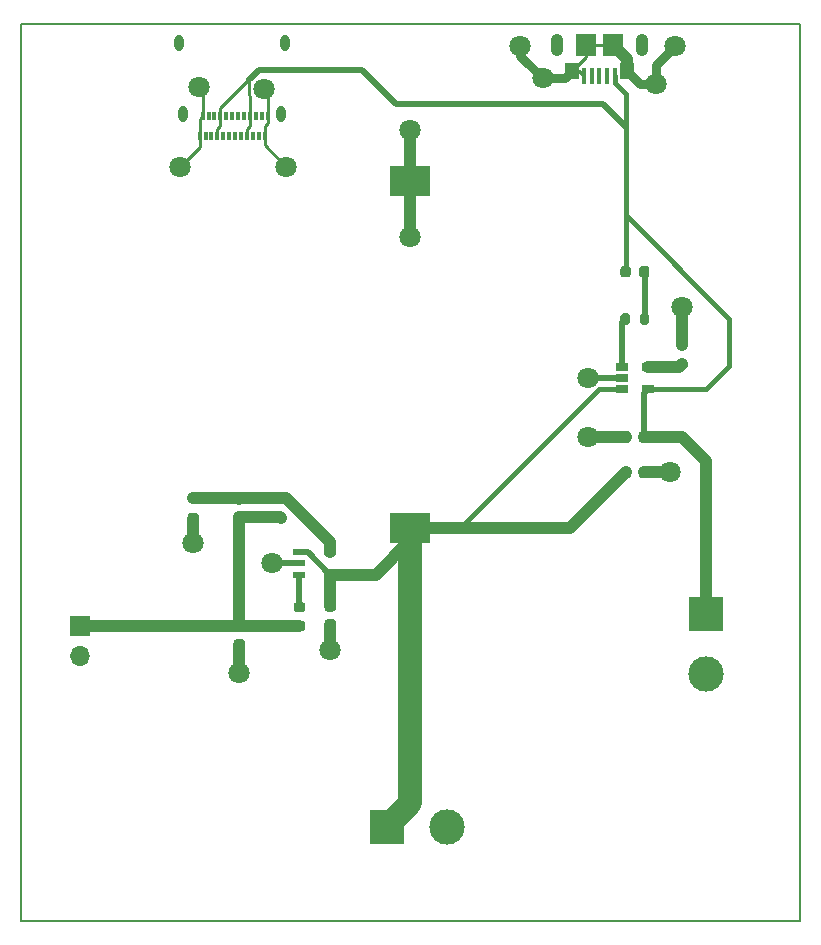
<source format=gbr>
%TF.GenerationSoftware,KiCad,Pcbnew,(5.1.9)-1*%
%TF.CreationDate,2021-08-17T00:54:57-04:00*%
%TF.ProjectId,cargador,63617267-6164-46f7-922e-6b696361645f,rev?*%
%TF.SameCoordinates,Original*%
%TF.FileFunction,Copper,L1,Top*%
%TF.FilePolarity,Positive*%
%FSLAX46Y46*%
G04 Gerber Fmt 4.6, Leading zero omitted, Abs format (unit mm)*
G04 Created by KiCad (PCBNEW (5.1.9)-1) date 2021-08-17 00:54:57*
%MOMM*%
%LPD*%
G01*
G04 APERTURE LIST*
%TA.AperFunction,NonConductor*%
%ADD10C,0.200000*%
%TD*%
%TA.AperFunction,SMDPad,CuDef*%
%ADD11R,0.300000X0.700000*%
%TD*%
%TA.AperFunction,ComponentPad*%
%ADD12O,0.800000X1.400000*%
%TD*%
%TA.AperFunction,ComponentPad*%
%ADD13C,3.000000*%
%TD*%
%TA.AperFunction,ComponentPad*%
%ADD14R,3.000000X3.000000*%
%TD*%
%TA.AperFunction,SMDPad,CuDef*%
%ADD15R,1.150000X1.450000*%
%TD*%
%TA.AperFunction,ComponentPad*%
%ADD16O,1.050000X1.900000*%
%TD*%
%TA.AperFunction,SMDPad,CuDef*%
%ADD17R,1.750000X1.900000*%
%TD*%
%TA.AperFunction,SMDPad,CuDef*%
%ADD18R,0.400000X1.400000*%
%TD*%
%TA.AperFunction,ComponentPad*%
%ADD19O,1.700000X1.700000*%
%TD*%
%TA.AperFunction,ComponentPad*%
%ADD20R,1.700000X1.700000*%
%TD*%
%TA.AperFunction,SMDPad,CuDef*%
%ADD21R,1.100000X0.600000*%
%TD*%
%TA.AperFunction,SMDPad,CuDef*%
%ADD22R,3.510000X2.540000*%
%TD*%
%TA.AperFunction,SMDPad,CuDef*%
%ADD23R,1.060000X0.650000*%
%TD*%
%TA.AperFunction,ViaPad*%
%ADD24C,1.800000*%
%TD*%
%TA.AperFunction,Conductor*%
%ADD25C,1.000000*%
%TD*%
%TA.AperFunction,Conductor*%
%ADD26C,0.400000*%
%TD*%
%TA.AperFunction,Conductor*%
%ADD27C,0.500000*%
%TD*%
%TA.AperFunction,Conductor*%
%ADD28C,0.250000*%
%TD*%
%TA.AperFunction,Conductor*%
%ADD29C,0.750000*%
%TD*%
%TA.AperFunction,Conductor*%
%ADD30C,2.000000*%
%TD*%
G04 APERTURE END LIST*
D10*
X116000000Y-34000000D02*
X114000000Y-34000000D01*
X116000000Y-110000000D02*
X116000000Y-34000000D01*
X50000000Y-110000000D02*
X116000000Y-110000000D01*
X50000000Y-34000000D02*
X50000000Y-110000000D01*
X114000000Y-34000000D02*
X50000000Y-34000000D01*
D11*
%TO.P,J1,B12*%
%TO.N,GND*%
X70900000Y-41820000D03*
%TO.P,J1,B11*%
%TO.N,Net-(J1-PadB11)*%
X70400000Y-41820000D03*
%TO.P,J1,B10*%
%TO.N,Net-(J1-PadB10)*%
X69900000Y-41820000D03*
%TO.P,J1,B9*%
%TO.N,Vin*%
X69400000Y-41820000D03*
%TO.P,J1,B8*%
%TO.N,Net-(J1-PadB8)*%
X68900000Y-41820000D03*
%TO.P,J1,B7*%
%TO.N,Net-(J1-PadB7)*%
X68400000Y-41820000D03*
%TO.P,J1,B6*%
%TO.N,Net-(J1-PadB6)*%
X67900000Y-41820000D03*
%TO.P,J1,B5*%
%TO.N,Net-(J1-PadB5)*%
X67400000Y-41820000D03*
%TO.P,J1,B4*%
%TO.N,Vin*%
X66900000Y-41820000D03*
%TO.P,J1,B3*%
%TO.N,Net-(J1-PadB3)*%
X66400000Y-41820000D03*
%TO.P,J1,B2*%
%TO.N,Net-(J1-PadB2)*%
X65900000Y-41820000D03*
D12*
%TO.P,J1,S1*%
%TO.N,GND*%
X72390000Y-35660000D03*
X63410000Y-35660000D03*
X63770000Y-41610000D03*
D11*
%TO.P,J1,B1*%
X65400000Y-41820000D03*
%TO.P,J1,A11*%
%TO.N,Net-(J1-PadA11)*%
X65650000Y-43520000D03*
%TO.P,J1,A8*%
%TO.N,Net-(J1-PadA8)*%
X67150000Y-43520000D03*
%TO.P,J1,A9*%
%TO.N,Vin*%
X66650000Y-43520000D03*
%TO.P,J1,A10*%
%TO.N,Net-(J1-PadA10)*%
X66150000Y-43520000D03*
%TO.P,J1,A12*%
%TO.N,GND*%
X65150000Y-43520000D03*
%TO.P,J1,A7*%
%TO.N,Net-(J1-PadA7)*%
X67650000Y-43520000D03*
%TO.P,J1,A6*%
%TO.N,Net-(J1-PadA6)*%
X68150000Y-43520000D03*
%TO.P,J1,A5*%
%TO.N,Net-(J1-PadA5)*%
X68650000Y-43520000D03*
%TO.P,J1,A4*%
%TO.N,Vin*%
X69150000Y-43520000D03*
%TO.P,J1,A3*%
%TO.N,Net-(J1-PadA3)*%
X69650000Y-43520000D03*
%TO.P,J1,A2*%
%TO.N,Net-(J1-PadA2)*%
X70150000Y-43520000D03*
%TO.P,J1,A1*%
%TO.N,GND*%
X70650000Y-43520000D03*
D12*
%TO.P,J1,S1*%
X72030000Y-41610000D03*
%TD*%
D13*
%TO.P,VBUS_Out1,2*%
%TO.N,GND*%
X108000000Y-89080000D03*
D14*
%TO.P,VBUS_Out1,1*%
%TO.N,Vin*%
X108000000Y-84000000D03*
%TD*%
D15*
%TO.P,USB_IN1,6*%
%TO.N,GND*%
X101320000Y-38030000D03*
X96680000Y-38030000D03*
D16*
X95425000Y-35800000D03*
X102575000Y-35800000D03*
D17*
X100125000Y-35800000D03*
D18*
%TO.P,USB_IN1,3*%
%TO.N,Net-(USB_IN1-Pad3)*%
X99000000Y-38450000D03*
%TO.P,USB_IN1,4*%
%TO.N,Net-(USB_IN1-Pad4)*%
X98350000Y-38450000D03*
%TO.P,USB_IN1,5*%
%TO.N,GND*%
X97700000Y-38450000D03*
%TO.P,USB_IN1,1*%
%TO.N,Vin*%
X100300000Y-38450000D03*
%TO.P,USB_IN1,2*%
%TO.N,Net-(USB_IN1-Pad2)*%
X99650000Y-38450000D03*
D17*
%TO.P,USB_IN1,6*%
%TO.N,GND*%
X97875000Y-35800000D03*
%TD*%
D19*
%TO.P,Out3v3,2*%
%TO.N,GND*%
X55000000Y-87540000D03*
D20*
%TO.P,Out3v3,1*%
%TO.N,Vout*%
X55000000Y-85000000D03*
%TD*%
D13*
%TO.P,BattOut,2*%
%TO.N,GND*%
X86080000Y-102000000D03*
D14*
%TO.P,BattOut,1*%
%TO.N,Battery_Out*%
X81000000Y-102000000D03*
%TD*%
%TO.P,R202,2*%
%TO.N,Net-(BMSLI-ION1-Pad1)*%
%TA.AperFunction,SMDPad,CuDef*%
G36*
G01*
X101575000Y-58725000D02*
X101575000Y-59275000D01*
G75*
G02*
X101375000Y-59475000I-200000J0D01*
G01*
X100975000Y-59475000D01*
G75*
G02*
X100775000Y-59275000I0J200000D01*
G01*
X100775000Y-58725000D01*
G75*
G02*
X100975000Y-58525000I200000J0D01*
G01*
X101375000Y-58525000D01*
G75*
G02*
X101575000Y-58725000I0J-200000D01*
G01*
G37*
%TD.AperFunction*%
%TO.P,R202,1*%
%TO.N,Net-(D1-Pad1)*%
%TA.AperFunction,SMDPad,CuDef*%
G36*
G01*
X103225000Y-58725000D02*
X103225000Y-59275000D01*
G75*
G02*
X103025000Y-59475000I-200000J0D01*
G01*
X102625000Y-59475000D01*
G75*
G02*
X102425000Y-59275000I0J200000D01*
G01*
X102425000Y-58725000D01*
G75*
G02*
X102625000Y-58525000I200000J0D01*
G01*
X103025000Y-58525000D01*
G75*
G02*
X103225000Y-58725000I0J-200000D01*
G01*
G37*
%TD.AperFunction*%
%TD*%
%TO.P,R201,2*%
%TO.N,Net-(BMSLI-ION1-Pad5)*%
%TA.AperFunction,SMDPad,CuDef*%
G36*
G01*
X105725000Y-62425000D02*
X106275000Y-62425000D01*
G75*
G02*
X106475000Y-62625000I0J-200000D01*
G01*
X106475000Y-63025000D01*
G75*
G02*
X106275000Y-63225000I-200000J0D01*
G01*
X105725000Y-63225000D01*
G75*
G02*
X105525000Y-63025000I0J200000D01*
G01*
X105525000Y-62625000D01*
G75*
G02*
X105725000Y-62425000I200000J0D01*
G01*
G37*
%TD.AperFunction*%
%TO.P,R201,1*%
%TO.N,GND*%
%TA.AperFunction,SMDPad,CuDef*%
G36*
G01*
X105725000Y-60775000D02*
X106275000Y-60775000D01*
G75*
G02*
X106475000Y-60975000I0J-200000D01*
G01*
X106475000Y-61375000D01*
G75*
G02*
X106275000Y-61575000I-200000J0D01*
G01*
X105725000Y-61575000D01*
G75*
G02*
X105525000Y-61375000I0J200000D01*
G01*
X105525000Y-60975000D01*
G75*
G02*
X105725000Y-60775000I200000J0D01*
G01*
G37*
%TD.AperFunction*%
%TD*%
%TO.P,R102,2*%
%TO.N,Net-(BUCK3.3-Pad5)*%
%TA.AperFunction,SMDPad,CuDef*%
G36*
G01*
X64875000Y-74575000D02*
X64325000Y-74575000D01*
G75*
G02*
X64125000Y-74375000I0J200000D01*
G01*
X64125000Y-73975000D01*
G75*
G02*
X64325000Y-73775000I200000J0D01*
G01*
X64875000Y-73775000D01*
G75*
G02*
X65075000Y-73975000I0J-200000D01*
G01*
X65075000Y-74375000D01*
G75*
G02*
X64875000Y-74575000I-200000J0D01*
G01*
G37*
%TD.AperFunction*%
%TO.P,R102,1*%
%TO.N,GND*%
%TA.AperFunction,SMDPad,CuDef*%
G36*
G01*
X64875000Y-76225000D02*
X64325000Y-76225000D01*
G75*
G02*
X64125000Y-76025000I0J200000D01*
G01*
X64125000Y-75625000D01*
G75*
G02*
X64325000Y-75425000I200000J0D01*
G01*
X64875000Y-75425000D01*
G75*
G02*
X65075000Y-75625000I0J-200000D01*
G01*
X65075000Y-76025000D01*
G75*
G02*
X64875000Y-76225000I-200000J0D01*
G01*
G37*
%TD.AperFunction*%
%TD*%
%TO.P,R101,2*%
%TO.N,Vout*%
%TA.AperFunction,SMDPad,CuDef*%
G36*
G01*
X71725000Y-75425000D02*
X72275000Y-75425000D01*
G75*
G02*
X72475000Y-75625000I0J-200000D01*
G01*
X72475000Y-76025000D01*
G75*
G02*
X72275000Y-76225000I-200000J0D01*
G01*
X71725000Y-76225000D01*
G75*
G02*
X71525000Y-76025000I0J200000D01*
G01*
X71525000Y-75625000D01*
G75*
G02*
X71725000Y-75425000I200000J0D01*
G01*
G37*
%TD.AperFunction*%
%TO.P,R101,1*%
%TO.N,Net-(BUCK3.3-Pad5)*%
%TA.AperFunction,SMDPad,CuDef*%
G36*
G01*
X71725000Y-73775000D02*
X72275000Y-73775000D01*
G75*
G02*
X72475000Y-73975000I0J-200000D01*
G01*
X72475000Y-74375000D01*
G75*
G02*
X72275000Y-74575000I-200000J0D01*
G01*
X71725000Y-74575000D01*
G75*
G02*
X71525000Y-74375000I0J200000D01*
G01*
X71525000Y-73975000D01*
G75*
G02*
X71725000Y-73775000I200000J0D01*
G01*
G37*
%TD.AperFunction*%
%TD*%
%TO.P,L101,2*%
%TO.N,Vout*%
%TA.AperFunction,SMDPad,CuDef*%
G36*
G01*
X73343750Y-84550000D02*
X73856250Y-84550000D01*
G75*
G02*
X74075000Y-84768750I0J-218750D01*
G01*
X74075000Y-85206250D01*
G75*
G02*
X73856250Y-85425000I-218750J0D01*
G01*
X73343750Y-85425000D01*
G75*
G02*
X73125000Y-85206250I0J218750D01*
G01*
X73125000Y-84768750D01*
G75*
G02*
X73343750Y-84550000I218750J0D01*
G01*
G37*
%TD.AperFunction*%
%TO.P,L101,1*%
%TO.N,Net-(BUCK3.3-Pad3)*%
%TA.AperFunction,SMDPad,CuDef*%
G36*
G01*
X73343750Y-82975000D02*
X73856250Y-82975000D01*
G75*
G02*
X74075000Y-83193750I0J-218750D01*
G01*
X74075000Y-83631250D01*
G75*
G02*
X73856250Y-83850000I-218750J0D01*
G01*
X73343750Y-83850000D01*
G75*
G02*
X73125000Y-83631250I0J218750D01*
G01*
X73125000Y-83193750D01*
G75*
G02*
X73343750Y-82975000I218750J0D01*
G01*
G37*
%TD.AperFunction*%
%TD*%
%TO.P,D1,2*%
%TO.N,Vin*%
%TA.AperFunction,SMDPad,CuDef*%
G36*
G01*
X101650000Y-54743750D02*
X101650000Y-55256250D01*
G75*
G02*
X101431250Y-55475000I-218750J0D01*
G01*
X100993750Y-55475000D01*
G75*
G02*
X100775000Y-55256250I0J218750D01*
G01*
X100775000Y-54743750D01*
G75*
G02*
X100993750Y-54525000I218750J0D01*
G01*
X101431250Y-54525000D01*
G75*
G02*
X101650000Y-54743750I0J-218750D01*
G01*
G37*
%TD.AperFunction*%
%TO.P,D1,1*%
%TO.N,Net-(D1-Pad1)*%
%TA.AperFunction,SMDPad,CuDef*%
G36*
G01*
X103225000Y-54743750D02*
X103225000Y-55256250D01*
G75*
G02*
X103006250Y-55475000I-218750J0D01*
G01*
X102568750Y-55475000D01*
G75*
G02*
X102350000Y-55256250I0J218750D01*
G01*
X102350000Y-54743750D01*
G75*
G02*
X102568750Y-54525000I218750J0D01*
G01*
X103006250Y-54525000D01*
G75*
G02*
X103225000Y-54743750I0J-218750D01*
G01*
G37*
%TD.AperFunction*%
%TD*%
%TO.P,C202,2*%
%TO.N,GND*%
%TA.AperFunction,SMDPad,CuDef*%
G36*
G01*
X102325000Y-72250000D02*
X102325000Y-71750000D01*
G75*
G02*
X102550000Y-71525000I225000J0D01*
G01*
X103000000Y-71525000D01*
G75*
G02*
X103225000Y-71750000I0J-225000D01*
G01*
X103225000Y-72250000D01*
G75*
G02*
X103000000Y-72475000I-225000J0D01*
G01*
X102550000Y-72475000D01*
G75*
G02*
X102325000Y-72250000I0J225000D01*
G01*
G37*
%TD.AperFunction*%
%TO.P,C202,1*%
%TO.N,Battery_Out*%
%TA.AperFunction,SMDPad,CuDef*%
G36*
G01*
X100775000Y-72250000D02*
X100775000Y-71750000D01*
G75*
G02*
X101000000Y-71525000I225000J0D01*
G01*
X101450000Y-71525000D01*
G75*
G02*
X101675000Y-71750000I0J-225000D01*
G01*
X101675000Y-72250000D01*
G75*
G02*
X101450000Y-72475000I-225000J0D01*
G01*
X101000000Y-72475000D01*
G75*
G02*
X100775000Y-72250000I0J225000D01*
G01*
G37*
%TD.AperFunction*%
%TD*%
%TO.P,C201,2*%
%TO.N,Vin*%
%TA.AperFunction,SMDPad,CuDef*%
G36*
G01*
X102325000Y-69250000D02*
X102325000Y-68750000D01*
G75*
G02*
X102550000Y-68525000I225000J0D01*
G01*
X103000000Y-68525000D01*
G75*
G02*
X103225000Y-68750000I0J-225000D01*
G01*
X103225000Y-69250000D01*
G75*
G02*
X103000000Y-69475000I-225000J0D01*
G01*
X102550000Y-69475000D01*
G75*
G02*
X102325000Y-69250000I0J225000D01*
G01*
G37*
%TD.AperFunction*%
%TO.P,C201,1*%
%TO.N,GND*%
%TA.AperFunction,SMDPad,CuDef*%
G36*
G01*
X100775000Y-69250000D02*
X100775000Y-68750000D01*
G75*
G02*
X101000000Y-68525000I225000J0D01*
G01*
X101450000Y-68525000D01*
G75*
G02*
X101675000Y-68750000I0J-225000D01*
G01*
X101675000Y-69250000D01*
G75*
G02*
X101450000Y-69475000I-225000J0D01*
G01*
X101000000Y-69475000D01*
G75*
G02*
X100775000Y-69250000I0J225000D01*
G01*
G37*
%TD.AperFunction*%
%TD*%
%TO.P,C103,2*%
%TO.N,GND*%
%TA.AperFunction,SMDPad,CuDef*%
G36*
G01*
X68250000Y-86125000D02*
X68750000Y-86125000D01*
G75*
G02*
X68975000Y-86350000I0J-225000D01*
G01*
X68975000Y-86800000D01*
G75*
G02*
X68750000Y-87025000I-225000J0D01*
G01*
X68250000Y-87025000D01*
G75*
G02*
X68025000Y-86800000I0J225000D01*
G01*
X68025000Y-86350000D01*
G75*
G02*
X68250000Y-86125000I225000J0D01*
G01*
G37*
%TD.AperFunction*%
%TO.P,C103,1*%
%TO.N,Vout*%
%TA.AperFunction,SMDPad,CuDef*%
G36*
G01*
X68250000Y-84575000D02*
X68750000Y-84575000D01*
G75*
G02*
X68975000Y-84800000I0J-225000D01*
G01*
X68975000Y-85250000D01*
G75*
G02*
X68750000Y-85475000I-225000J0D01*
G01*
X68250000Y-85475000D01*
G75*
G02*
X68025000Y-85250000I0J225000D01*
G01*
X68025000Y-84800000D01*
G75*
G02*
X68250000Y-84575000I225000J0D01*
G01*
G37*
%TD.AperFunction*%
%TD*%
%TO.P,C102,2*%
%TO.N,Vout*%
%TA.AperFunction,SMDPad,CuDef*%
G36*
G01*
X68250000Y-75325000D02*
X68750000Y-75325000D01*
G75*
G02*
X68975000Y-75550000I0J-225000D01*
G01*
X68975000Y-76000000D01*
G75*
G02*
X68750000Y-76225000I-225000J0D01*
G01*
X68250000Y-76225000D01*
G75*
G02*
X68025000Y-76000000I0J225000D01*
G01*
X68025000Y-75550000D01*
G75*
G02*
X68250000Y-75325000I225000J0D01*
G01*
G37*
%TD.AperFunction*%
%TO.P,C102,1*%
%TO.N,Net-(BUCK3.3-Pad5)*%
%TA.AperFunction,SMDPad,CuDef*%
G36*
G01*
X68250000Y-73775000D02*
X68750000Y-73775000D01*
G75*
G02*
X68975000Y-74000000I0J-225000D01*
G01*
X68975000Y-74450000D01*
G75*
G02*
X68750000Y-74675000I-225000J0D01*
G01*
X68250000Y-74675000D01*
G75*
G02*
X68025000Y-74450000I0J225000D01*
G01*
X68025000Y-74000000D01*
G75*
G02*
X68250000Y-73775000I225000J0D01*
G01*
G37*
%TD.AperFunction*%
%TD*%
%TO.P,C101,2*%
%TO.N,Battery_Out*%
%TA.AperFunction,SMDPad,CuDef*%
G36*
G01*
X76450000Y-83775000D02*
X75950000Y-83775000D01*
G75*
G02*
X75725000Y-83550000I0J225000D01*
G01*
X75725000Y-83100000D01*
G75*
G02*
X75950000Y-82875000I225000J0D01*
G01*
X76450000Y-82875000D01*
G75*
G02*
X76675000Y-83100000I0J-225000D01*
G01*
X76675000Y-83550000D01*
G75*
G02*
X76450000Y-83775000I-225000J0D01*
G01*
G37*
%TD.AperFunction*%
%TO.P,C101,1*%
%TO.N,GND*%
%TA.AperFunction,SMDPad,CuDef*%
G36*
G01*
X76450000Y-85325000D02*
X75950000Y-85325000D01*
G75*
G02*
X75725000Y-85100000I0J225000D01*
G01*
X75725000Y-84650000D01*
G75*
G02*
X75950000Y-84425000I225000J0D01*
G01*
X76450000Y-84425000D01*
G75*
G02*
X76675000Y-84650000I0J-225000D01*
G01*
X76675000Y-85100000D01*
G75*
G02*
X76450000Y-85325000I-225000J0D01*
G01*
G37*
%TD.AperFunction*%
%TD*%
D21*
%TO.P,BUCK3.3,5*%
%TO.N,Net-(BUCK3.3-Pad5)*%
X76200000Y-78750000D03*
%TO.P,BUCK3.3,4*%
%TO.N,Battery_Out*%
X76200000Y-80650000D03*
%TO.P,BUCK3.3,3*%
%TO.N,Net-(BUCK3.3-Pad3)*%
X73600000Y-80650000D03*
%TO.P,BUCK3.3,2*%
%TO.N,GND*%
X73600000Y-79700000D03*
%TO.P,BUCK3.3,1*%
%TO.N,Battery_Out*%
X73600000Y-78750000D03*
%TD*%
D22*
%TO.P,BT1,2*%
%TO.N,GND*%
X83000000Y-47320000D03*
%TO.P,BT1,1*%
%TO.N,Battery_Out*%
X83000000Y-76680000D03*
%TD*%
D23*
%TO.P,BMSLI-ION1,5*%
%TO.N,Net-(BMSLI-ION1-Pad5)*%
X103100000Y-63050000D03*
%TO.P,BMSLI-ION1,4*%
%TO.N,Vin*%
X103100000Y-64950000D03*
%TO.P,BMSLI-ION1,3*%
%TO.N,Battery_Out*%
X100900000Y-64950000D03*
%TO.P,BMSLI-ION1,2*%
%TO.N,GND*%
X100900000Y-64000000D03*
%TO.P,BMSLI-ION1,1*%
%TO.N,Net-(BMSLI-ION1-Pad1)*%
X100900000Y-63050000D03*
%TD*%
D24*
%TO.N,GND*%
X105000000Y-72000000D03*
X98000000Y-69000000D03*
X106000000Y-58000000D03*
X83000000Y-43000000D03*
X98000000Y-64000000D03*
X94200000Y-38600000D03*
X103800000Y-39100000D03*
X92300000Y-35900000D03*
X105400000Y-35900000D03*
X65100000Y-39400000D03*
X63500000Y-46100000D03*
X72500000Y-46100000D03*
X70600000Y-39500000D03*
X83000000Y-52100000D03*
X76200000Y-87000000D03*
X71300000Y-79700000D03*
X68500000Y-89000000D03*
X64600000Y-78000000D03*
%TD*%
D25*
%TO.N,Net-(BMSLI-ION1-Pad5)*%
X105775000Y-63050000D02*
X106000000Y-62825000D01*
X103100000Y-63050000D02*
X105775000Y-63050000D01*
D26*
%TO.N,Vin*%
X101212500Y-55000000D02*
X101212500Y-39912499D01*
X101212500Y-50212500D02*
X110000000Y-59000000D01*
X110000000Y-59000000D02*
X110000000Y-63000000D01*
X108050000Y-64950000D02*
X103100000Y-64950000D01*
X110000000Y-63000000D02*
X108050000Y-64950000D01*
D27*
X102775000Y-65275000D02*
X103100000Y-64950000D01*
X102775000Y-69000000D02*
X102775000Y-65275000D01*
D25*
X102775000Y-69000000D02*
X106000000Y-69000000D01*
X108000000Y-71000000D02*
X108000000Y-84000000D01*
X106000000Y-69000000D02*
X108000000Y-71000000D01*
D26*
X100300000Y-38999999D02*
X100300000Y-38450000D01*
X101212500Y-39912499D02*
X100300000Y-38999999D01*
D28*
X69174999Y-43495001D02*
X69150000Y-43520000D01*
X69174999Y-42909999D02*
X69174999Y-43495001D01*
X69400000Y-42684998D02*
X69174999Y-42909999D01*
X69400000Y-41820000D02*
X69400000Y-42684998D01*
X66650000Y-42934998D02*
X66650000Y-43520000D01*
X66900000Y-42684998D02*
X66650000Y-42934998D01*
X66900000Y-41820000D02*
X66900000Y-42684998D01*
X66900000Y-41820000D02*
X66900000Y-41100000D01*
X66900000Y-41100000D02*
X68900000Y-39100000D01*
X69400000Y-40113002D02*
X69300000Y-40013002D01*
X69400000Y-41820000D02*
X69400000Y-40113002D01*
X69300000Y-40013002D02*
X69300000Y-38700000D01*
X68900000Y-39100000D02*
X69300000Y-38700000D01*
X101212500Y-42712500D02*
X101212500Y-50212500D01*
X101212500Y-39912499D02*
X101212500Y-42712500D01*
D27*
X78900000Y-37900000D02*
X81800000Y-40800000D01*
X81800000Y-40800000D02*
X99300000Y-40800000D01*
X99300000Y-40800000D02*
X101212500Y-42712500D01*
X70201998Y-37900000D02*
X78900000Y-37900000D01*
X69401998Y-38700000D02*
X70201998Y-37900000D01*
X69300000Y-38700000D02*
X69401998Y-38700000D01*
%TO.N,GND*%
X100900000Y-64000000D02*
X98000000Y-64000000D01*
D25*
X102775000Y-72000000D02*
X105000000Y-72000000D01*
X101225000Y-69000000D02*
X98000000Y-69000000D01*
X106000000Y-61175000D02*
X106000000Y-58000000D01*
X83000000Y-47320000D02*
X83000000Y-43000000D01*
X101320000Y-36995000D02*
X100125000Y-35800000D01*
X101320000Y-38030000D02*
X101320000Y-36995000D01*
D29*
X92300000Y-36700000D02*
X94200000Y-38600000D01*
X92300000Y-35900000D02*
X92300000Y-36700000D01*
X96110000Y-38600000D02*
X96680000Y-38030000D01*
X94200000Y-38600000D02*
X96110000Y-38600000D01*
X102390000Y-39100000D02*
X101320000Y-38030000D01*
X103800000Y-39100000D02*
X102390000Y-39100000D01*
X103800000Y-37500000D02*
X105400000Y-35900000D01*
X103800000Y-39100000D02*
X103800000Y-37500000D01*
D28*
X70900000Y-39800000D02*
X70600000Y-39500000D01*
X70900000Y-41820000D02*
X70900000Y-39800000D01*
X70900000Y-42420000D02*
X70900000Y-41820000D01*
X70650000Y-42670000D02*
X70900000Y-42420000D01*
X70650000Y-43520000D02*
X70650000Y-42670000D01*
X70650000Y-44250000D02*
X72500000Y-46100000D01*
X70650000Y-43520000D02*
X70650000Y-44250000D01*
X65150000Y-44450000D02*
X63500000Y-46100000D01*
X65150000Y-43520000D02*
X65150000Y-44450000D01*
X65150000Y-42070000D02*
X65400000Y-41820000D01*
X65150000Y-43520000D02*
X65150000Y-42070000D01*
X65400000Y-39700000D02*
X65100000Y-39400000D01*
X65400000Y-41820000D02*
X65400000Y-39700000D01*
X100125000Y-35800000D02*
X97875000Y-35800000D01*
X97875000Y-36835000D02*
X96680000Y-38030000D01*
X97875000Y-35800000D02*
X97875000Y-36835000D01*
X97280000Y-38030000D02*
X97700000Y-38450000D01*
X96680000Y-38030000D02*
X97280000Y-38030000D01*
D25*
X83000000Y-47320000D02*
X83000000Y-52100000D01*
X68500000Y-86575000D02*
X68500000Y-89000000D01*
X76200000Y-84875000D02*
X76200000Y-87000000D01*
X64600000Y-75925000D02*
X64600000Y-78000000D01*
D27*
X73600000Y-79700000D02*
X71300000Y-79700000D01*
%TO.N,Net-(BMSLI-ION1-Pad1)*%
X100900000Y-63050000D02*
X100900000Y-59275000D01*
X100900000Y-59275000D02*
X101175000Y-59000000D01*
D25*
%TO.N,Net-(BUCK3.3-Pad5)*%
X76200000Y-77900000D02*
X76200000Y-78750000D01*
X72475000Y-74175000D02*
X76200000Y-77900000D01*
X72000000Y-74175000D02*
X72475000Y-74175000D01*
X68550000Y-74175000D02*
X68500000Y-74225000D01*
X72000000Y-74175000D02*
X68550000Y-74175000D01*
X68450000Y-74175000D02*
X68500000Y-74225000D01*
X64600000Y-74175000D02*
X68450000Y-74175000D01*
D27*
%TO.N,Net-(BUCK3.3-Pad3)*%
X73600000Y-80650000D02*
X73600000Y-83412500D01*
D25*
%TO.N,Vout*%
X68537500Y-84987500D02*
X68500000Y-85025000D01*
X73600000Y-84987500D02*
X68537500Y-84987500D01*
X68475000Y-85000000D02*
X68500000Y-85025000D01*
X55000000Y-85000000D02*
X68475000Y-85000000D01*
X68500000Y-75775000D02*
X68500000Y-85025000D01*
X71950000Y-75775000D02*
X72000000Y-75825000D01*
X68500000Y-75775000D02*
X71950000Y-75775000D01*
D27*
%TO.N,Net-(D1-Pad1)*%
X102825000Y-55037500D02*
X102787500Y-55000000D01*
X102825000Y-59000000D02*
X102825000Y-55037500D01*
D25*
%TO.N,Battery_Out*%
X96545000Y-76680000D02*
X101225000Y-72000000D01*
D26*
X87480000Y-76444002D02*
X87480000Y-76680000D01*
X98974002Y-64950000D02*
X87480000Y-76444002D01*
X100900000Y-64950000D02*
X98974002Y-64950000D01*
D25*
X87480000Y-76680000D02*
X96545000Y-76680000D01*
X83000000Y-76680000D02*
X87480000Y-76680000D01*
D30*
X83000000Y-100000000D02*
X81000000Y-102000000D01*
X83000000Y-76680000D02*
X83000000Y-100000000D01*
D25*
X83000000Y-76680000D02*
X83000000Y-77700000D01*
X80050000Y-80650000D02*
X76200000Y-80650000D01*
X83000000Y-77700000D02*
X80050000Y-80650000D01*
X76200000Y-80650000D02*
X76200000Y-83325000D01*
D27*
X74300000Y-78750000D02*
X76200000Y-80650000D01*
X73600000Y-78750000D02*
X74300000Y-78750000D01*
%TD*%
M02*

</source>
